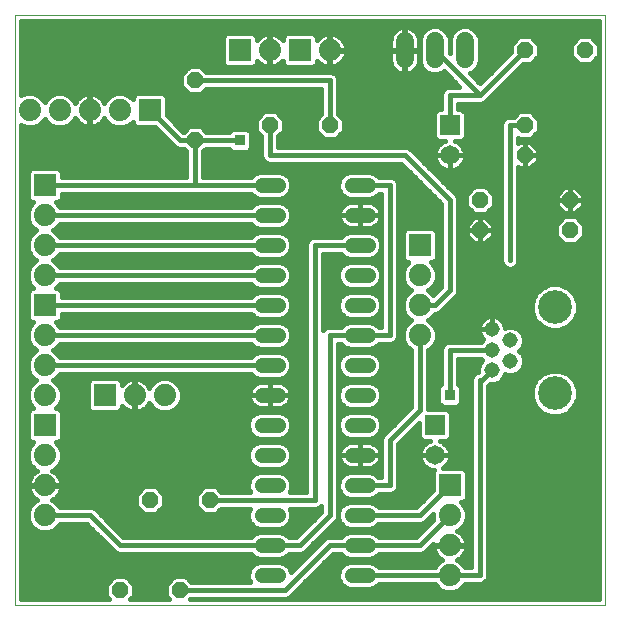
<source format=gbl>
G75*
G70*
%OFA0B0*%
%FSLAX24Y24*%
%IPPOS*%
%LPD*%
%AMOC8*
5,1,8,0,0,1.08239X$1,22.5*
%
%ADD10C,0.0000*%
%ADD11R,0.0740X0.0740*%
%ADD12C,0.0740*%
%ADD13C,0.0515*%
%ADD14C,0.1122*%
%ADD15C,0.0600*%
%ADD16R,0.0650X0.0650*%
%ADD17C,0.0650*%
%ADD18OC8,0.0520*%
%ADD19C,0.0515*%
%ADD20C,0.0160*%
%ADD21R,0.0356X0.0356*%
D10*
X000302Y000726D02*
X000302Y020411D01*
X019987Y020411D01*
X019987Y000726D01*
X000302Y000726D01*
D11*
X001302Y006726D03*
X003302Y007726D03*
X001302Y010726D03*
X001302Y014726D03*
X004802Y017226D03*
X007802Y019226D03*
X009802Y019226D03*
X013802Y012726D03*
X014802Y004726D03*
D12*
X014802Y003726D03*
X014802Y002726D03*
X014802Y001726D03*
X013802Y009726D03*
X013802Y010726D03*
X013802Y011726D03*
X010802Y019226D03*
X008802Y019226D03*
X003802Y017226D03*
X002802Y017226D03*
X001802Y017226D03*
X000802Y017226D03*
X001302Y013726D03*
X001302Y012726D03*
X001302Y011726D03*
X001302Y009726D03*
X001302Y008726D03*
X001302Y007726D03*
X001302Y005726D03*
X001302Y004726D03*
X001302Y003726D03*
X004302Y007726D03*
X005302Y007726D03*
D13*
X016202Y008556D03*
X016202Y009226D03*
X016822Y009556D03*
X016822Y008866D03*
X016202Y009926D03*
D14*
X018302Y010663D03*
X018302Y007789D03*
D15*
X015302Y018926D02*
X015302Y019526D01*
X014302Y019526D02*
X014302Y018926D01*
X013302Y018926D02*
X013302Y019526D01*
D16*
X014802Y016726D03*
X014302Y006726D03*
D17*
X014302Y005726D03*
X014802Y015726D03*
D18*
X015802Y014226D03*
X015802Y013226D03*
X017302Y015726D03*
X017302Y016726D03*
X017302Y019226D03*
X019302Y019226D03*
X018802Y014226D03*
X018802Y013226D03*
X010802Y016726D03*
X008802Y016726D03*
X006302Y016226D03*
X006302Y018226D03*
X006802Y004226D03*
X004802Y004226D03*
X003802Y001226D03*
X005802Y001226D03*
D19*
X008545Y001726D02*
X009060Y001726D01*
X009060Y002726D02*
X008545Y002726D01*
X008545Y003726D02*
X009060Y003726D01*
X009060Y004726D02*
X008545Y004726D01*
X008545Y005726D02*
X009060Y005726D01*
X009060Y006726D02*
X008545Y006726D01*
X008545Y007726D02*
X009060Y007726D01*
X009060Y008726D02*
X008545Y008726D01*
X008545Y009726D02*
X009060Y009726D01*
X009060Y010726D02*
X008545Y010726D01*
X008545Y011726D02*
X009060Y011726D01*
X009060Y012726D02*
X008545Y012726D01*
X008545Y013726D02*
X009060Y013726D01*
X009060Y014726D02*
X008545Y014726D01*
X011545Y014726D02*
X012060Y014726D01*
X012060Y013726D02*
X011545Y013726D01*
X011545Y012726D02*
X012060Y012726D01*
X012060Y011726D02*
X011545Y011726D01*
X011545Y010726D02*
X012060Y010726D01*
X012060Y009726D02*
X011545Y009726D01*
X011545Y008726D02*
X012060Y008726D01*
X012060Y007726D02*
X011545Y007726D01*
X011545Y006726D02*
X012060Y006726D01*
X012060Y005726D02*
X011545Y005726D01*
X011545Y004726D02*
X012060Y004726D01*
X012060Y003726D02*
X011545Y003726D01*
X011545Y002726D02*
X012060Y002726D01*
X012060Y001726D02*
X011545Y001726D01*
D20*
X011802Y001726D02*
X014802Y001726D01*
X015802Y001726D01*
X015802Y008226D01*
X015872Y008226D01*
X016202Y008556D01*
X015890Y008891D02*
X015815Y008815D01*
X015745Y008647D01*
X015745Y008505D01*
X015644Y008463D01*
X015565Y008384D01*
X015522Y008281D01*
X015522Y008170D01*
X015522Y002006D01*
X015303Y002006D01*
X015286Y002049D01*
X015125Y002209D01*
X015056Y002238D01*
X015091Y002255D01*
X015161Y002306D01*
X015222Y002367D01*
X015273Y002437D01*
X015312Y002515D01*
X015339Y002597D01*
X015352Y002682D01*
X015352Y002706D01*
X014823Y002706D01*
X014823Y002746D01*
X015352Y002746D01*
X015352Y002769D01*
X015339Y002854D01*
X015312Y002937D01*
X015273Y003014D01*
X015222Y003084D01*
X015161Y003145D01*
X015091Y003196D01*
X015056Y003214D01*
X015125Y003242D01*
X015286Y003403D01*
X015372Y003612D01*
X015372Y003839D01*
X015286Y004049D01*
X015178Y004156D01*
X015255Y004156D01*
X015372Y004273D01*
X015372Y005179D01*
X015255Y005296D01*
X014570Y005296D01*
X014631Y005340D01*
X014688Y005397D01*
X014734Y005461D01*
X014770Y005532D01*
X014795Y005607D01*
X014807Y005686D01*
X014807Y005725D01*
X014303Y005725D01*
X014303Y005726D01*
X014807Y005726D01*
X014807Y005765D01*
X014795Y005844D01*
X014770Y005919D01*
X014734Y005990D01*
X014688Y006055D01*
X014631Y006111D01*
X014567Y006158D01*
X014496Y006194D01*
X014474Y006201D01*
X014710Y006201D01*
X014827Y006318D01*
X014827Y007134D01*
X014710Y007251D01*
X014082Y007251D01*
X014082Y007281D01*
X014082Y009225D01*
X014125Y009242D01*
X014286Y009403D01*
X014372Y009612D01*
X014372Y009839D01*
X014286Y010049D01*
X014125Y010209D01*
X014085Y010226D01*
X014125Y010242D01*
X014286Y010403D01*
X014303Y010446D01*
X014358Y010446D01*
X014461Y010488D01*
X015040Y011067D01*
X015082Y011170D01*
X015082Y011281D01*
X015082Y014281D01*
X015040Y014384D01*
X014961Y014463D01*
X013461Y015963D01*
X013358Y016006D01*
X013247Y016006D01*
X009082Y016006D01*
X009082Y016355D01*
X009262Y016535D01*
X009262Y016916D01*
X008993Y017186D01*
X008612Y017186D01*
X008342Y016916D01*
X008342Y016535D01*
X008522Y016355D01*
X008522Y015781D01*
X008522Y015670D01*
X008565Y015567D01*
X008644Y015488D01*
X008747Y015446D01*
X013186Y015446D01*
X014522Y014110D01*
X014522Y011342D01*
X014257Y011077D01*
X014125Y011209D01*
X014085Y011226D01*
X014125Y011242D01*
X014286Y011403D01*
X014372Y011612D01*
X014372Y011839D01*
X014286Y012049D01*
X014178Y012156D01*
X014255Y012156D01*
X014372Y012273D01*
X014372Y013179D01*
X014255Y013296D01*
X013349Y013296D01*
X013232Y013179D01*
X013232Y012273D01*
X013349Y012156D01*
X013426Y012156D01*
X013319Y012049D01*
X013232Y011839D01*
X013232Y011612D01*
X013319Y011403D01*
X013479Y011242D01*
X013520Y011226D01*
X013479Y011209D01*
X013319Y011049D01*
X013232Y010839D01*
X013232Y010612D01*
X013319Y010403D01*
X013479Y010242D01*
X013520Y010226D01*
X013479Y010209D01*
X013319Y010049D01*
X013232Y009839D01*
X013232Y009612D01*
X013319Y009403D01*
X013479Y009242D01*
X013522Y009225D01*
X013522Y007342D01*
X012565Y006384D01*
X012522Y006281D01*
X012522Y006170D01*
X012522Y005006D01*
X012426Y005006D01*
X012427Y005006D02*
X012319Y005113D01*
X012151Y005183D01*
X011454Y005183D01*
X011286Y005113D01*
X011157Y004985D01*
X011087Y004817D01*
X011087Y004635D01*
X011157Y004466D01*
X011286Y004338D01*
X011454Y004268D01*
X012151Y004268D01*
X012319Y004338D01*
X012427Y004446D01*
X012747Y004446D01*
X012858Y004446D01*
X012961Y004488D01*
X013040Y004567D01*
X013082Y004670D01*
X013082Y006110D01*
X013777Y006805D01*
X013777Y006318D01*
X013894Y006201D01*
X014130Y006201D01*
X014109Y006194D01*
X014038Y006158D01*
X013973Y006111D01*
X013917Y006055D01*
X013870Y005990D01*
X013834Y005919D01*
X013810Y005844D01*
X013797Y005765D01*
X013797Y005726D01*
X014302Y005726D01*
X014302Y005725D01*
X013797Y005725D01*
X013797Y005686D01*
X013810Y005607D01*
X013834Y005532D01*
X013870Y005461D01*
X013917Y005397D01*
X013973Y005340D01*
X014038Y005294D01*
X014109Y005258D01*
X014184Y005233D01*
X014263Y005221D01*
X014275Y005221D01*
X014232Y005179D01*
X014232Y004552D01*
X013686Y004006D01*
X012427Y004006D01*
X012319Y004113D01*
X012151Y004183D01*
X011454Y004183D01*
X011286Y004113D01*
X011157Y003985D01*
X011087Y003817D01*
X011087Y003635D01*
X011157Y003466D01*
X011286Y003338D01*
X011454Y003268D01*
X012151Y003268D01*
X012319Y003338D01*
X012427Y003446D01*
X013747Y003446D01*
X013858Y003446D01*
X013961Y003488D01*
X014232Y003760D01*
X014232Y003612D01*
X014250Y003569D01*
X013686Y003006D01*
X012427Y003006D01*
X012319Y003113D01*
X012151Y003183D01*
X011454Y003183D01*
X011286Y003113D01*
X011178Y003006D01*
X010858Y003006D01*
X010747Y003006D01*
X010644Y002963D01*
X009511Y001831D01*
X009448Y001985D01*
X009319Y002113D01*
X009151Y002183D01*
X008454Y002183D01*
X008286Y002113D01*
X008157Y001985D01*
X008087Y001817D01*
X008087Y001635D01*
X008141Y001506D01*
X006173Y001506D01*
X005993Y001686D01*
X005612Y001686D01*
X005342Y001416D01*
X005342Y001035D01*
X005452Y000926D01*
X004153Y000926D01*
X004262Y001035D01*
X004262Y001416D01*
X003993Y001686D01*
X003612Y001686D01*
X003342Y001416D01*
X003342Y001035D01*
X003452Y000926D01*
X000502Y000926D01*
X000502Y016733D01*
X000689Y016656D01*
X000916Y016656D01*
X001125Y016742D01*
X001286Y016903D01*
X001302Y016943D01*
X001319Y016903D01*
X001479Y016742D01*
X001689Y016656D01*
X001916Y016656D01*
X002125Y016742D01*
X002286Y016903D01*
X002314Y016972D01*
X002332Y016937D01*
X002383Y016867D01*
X002444Y016806D01*
X002514Y016755D01*
X002591Y016716D01*
X002674Y016689D01*
X002759Y016676D01*
X002782Y016676D01*
X002782Y017205D01*
X002822Y017205D01*
X002822Y016676D01*
X002846Y016676D01*
X002931Y016689D01*
X003013Y016716D01*
X003091Y016755D01*
X003161Y016806D01*
X003222Y016867D01*
X003273Y016937D01*
X003290Y016972D01*
X003319Y016903D01*
X003479Y016742D01*
X003689Y016656D01*
X003916Y016656D01*
X004125Y016742D01*
X004232Y016850D01*
X004232Y016773D01*
X004349Y016656D01*
X004976Y016656D01*
X005644Y015988D01*
X005747Y015946D01*
X005858Y015946D01*
X005932Y015946D01*
X006022Y015855D01*
X006022Y015006D01*
X001872Y015006D01*
X001872Y015179D01*
X001755Y015296D01*
X000849Y015296D01*
X000732Y015179D01*
X000732Y014273D01*
X000849Y014156D01*
X000926Y014156D01*
X000819Y014049D01*
X000732Y013839D01*
X000732Y013612D01*
X000819Y013403D01*
X000979Y013242D01*
X001020Y013226D01*
X000979Y013209D01*
X000819Y013049D01*
X000732Y012839D01*
X000732Y012612D01*
X000819Y012403D01*
X000979Y012242D01*
X001020Y012226D01*
X000979Y012209D01*
X000819Y012049D01*
X000732Y011839D01*
X000732Y011612D01*
X000819Y011403D01*
X000926Y011296D01*
X000849Y011296D01*
X000732Y011179D01*
X000732Y010273D01*
X000849Y010156D01*
X000926Y010156D01*
X000819Y010049D01*
X000732Y009839D01*
X000732Y009612D01*
X000819Y009403D01*
X000979Y009242D01*
X001020Y009226D01*
X000979Y009209D01*
X000819Y009049D01*
X000732Y008839D01*
X000732Y008612D01*
X000819Y008403D01*
X000979Y008242D01*
X001020Y008226D01*
X000979Y008209D01*
X000819Y008049D01*
X000732Y007839D01*
X000732Y007612D01*
X000819Y007403D01*
X000926Y007296D01*
X000849Y007296D01*
X000732Y007179D01*
X000732Y006273D01*
X000849Y006156D01*
X000926Y006156D01*
X000819Y006049D01*
X000732Y005839D01*
X000732Y005612D01*
X000819Y005403D01*
X000979Y005242D01*
X001049Y005214D01*
X001014Y005196D01*
X000944Y005145D01*
X000883Y005084D01*
X000832Y005014D01*
X000793Y004937D01*
X000766Y004854D01*
X000752Y004769D01*
X000752Y004746D01*
X001282Y004746D01*
X001282Y004706D01*
X000752Y004706D01*
X000752Y004682D01*
X000766Y004597D01*
X000793Y004515D01*
X000832Y004437D01*
X000883Y004367D01*
X000944Y004306D01*
X001014Y004255D01*
X001049Y004238D01*
X000979Y004209D01*
X000819Y004049D01*
X000732Y003839D01*
X000732Y003612D01*
X000819Y003403D01*
X000979Y003242D01*
X001189Y003156D01*
X001416Y003156D01*
X001625Y003242D01*
X001786Y003403D01*
X001803Y003446D01*
X002686Y003446D01*
X003565Y002567D01*
X003644Y002488D01*
X003747Y002446D01*
X008178Y002446D01*
X008286Y002338D01*
X008454Y002268D01*
X009151Y002268D01*
X009319Y002338D01*
X009427Y002446D01*
X009747Y002446D01*
X009858Y002446D01*
X009961Y002488D01*
X010961Y003488D01*
X011040Y003567D01*
X011082Y003670D01*
X011082Y009446D01*
X011178Y009446D01*
X011286Y009338D01*
X011454Y009268D01*
X012151Y009268D01*
X012319Y009338D01*
X012427Y009446D01*
X012747Y009446D01*
X012858Y009446D01*
X012961Y009488D01*
X013040Y009567D01*
X013082Y009670D01*
X013082Y014670D01*
X013082Y014781D01*
X013040Y014884D01*
X012961Y014963D01*
X012858Y015006D01*
X012427Y015006D01*
X012319Y015113D01*
X012151Y015183D01*
X011454Y015183D01*
X011286Y015113D01*
X011157Y014985D01*
X011087Y014817D01*
X011087Y014635D01*
X011157Y014466D01*
X011286Y014338D01*
X011454Y014268D01*
X012151Y014268D01*
X012319Y014338D01*
X012427Y014446D01*
X012522Y014446D01*
X012522Y010006D01*
X012427Y010006D01*
X012319Y010113D01*
X012151Y010183D01*
X011454Y010183D01*
X011286Y010113D01*
X011178Y010006D01*
X010747Y010006D01*
X010644Y009963D01*
X010582Y009902D01*
X010582Y012446D01*
X011178Y012446D01*
X011286Y012338D01*
X011454Y012268D01*
X012151Y012268D01*
X012319Y012338D01*
X012448Y012466D01*
X012517Y012635D01*
X012517Y012817D01*
X012448Y012985D01*
X012319Y013113D01*
X012151Y013183D01*
X011454Y013183D01*
X011286Y013113D01*
X011178Y013006D01*
X010247Y013006D01*
X010144Y012963D01*
X010065Y012884D01*
X010022Y012781D01*
X010022Y012670D01*
X010022Y004506D01*
X009464Y004506D01*
X009517Y004635D01*
X009517Y004817D01*
X009448Y004985D01*
X009319Y005113D01*
X009151Y005183D01*
X008454Y005183D01*
X008286Y005113D01*
X008157Y004985D01*
X008087Y004817D01*
X008087Y004635D01*
X008141Y004506D01*
X007173Y004506D01*
X006993Y004686D01*
X006612Y004686D01*
X006342Y004416D01*
X006342Y004035D01*
X006612Y003766D01*
X006993Y003766D01*
X007173Y003946D01*
X008141Y003946D01*
X008087Y003817D01*
X008087Y003635D01*
X008157Y003466D01*
X008286Y003338D01*
X008454Y003268D01*
X009151Y003268D01*
X009319Y003338D01*
X009448Y003466D01*
X009517Y003635D01*
X009517Y003817D01*
X009464Y003946D01*
X010247Y003946D01*
X010358Y003946D01*
X010461Y003988D01*
X010522Y004050D01*
X010522Y003842D01*
X009686Y003006D01*
X009427Y003006D01*
X009319Y003113D01*
X009151Y003183D01*
X008454Y003183D01*
X008286Y003113D01*
X008178Y003006D01*
X003918Y003006D01*
X002961Y003963D01*
X002858Y004006D01*
X002747Y004006D01*
X001803Y004006D01*
X001786Y004049D01*
X001625Y004209D01*
X001556Y004238D01*
X001591Y004255D01*
X001661Y004306D01*
X001722Y004367D01*
X001773Y004437D01*
X001812Y004515D01*
X001839Y004597D01*
X001852Y004682D01*
X001852Y004706D01*
X001323Y004706D01*
X001323Y004746D01*
X001852Y004746D01*
X001852Y004769D01*
X001839Y004854D01*
X001812Y004937D01*
X001773Y005014D01*
X001722Y005084D01*
X001661Y005145D01*
X001591Y005196D01*
X001556Y005214D01*
X001625Y005242D01*
X001786Y005403D01*
X001872Y005612D01*
X001872Y005839D01*
X001786Y006049D01*
X001678Y006156D01*
X001755Y006156D01*
X001872Y006273D01*
X001872Y007179D01*
X001755Y007296D01*
X001678Y007296D01*
X001786Y007403D01*
X001872Y007612D01*
X001872Y007839D01*
X001786Y008049D01*
X001625Y008209D01*
X001585Y008226D01*
X001625Y008242D01*
X001786Y008403D01*
X001803Y008446D01*
X008178Y008446D01*
X008286Y008338D01*
X008454Y008268D01*
X009151Y008268D01*
X009319Y008338D01*
X009448Y008466D01*
X009517Y008635D01*
X009517Y008817D01*
X009448Y008985D01*
X009319Y009113D01*
X009151Y009183D01*
X008454Y009183D01*
X008286Y009113D01*
X008178Y009006D01*
X001803Y009006D01*
X001786Y009049D01*
X001625Y009209D01*
X001585Y009226D01*
X001625Y009242D01*
X001786Y009403D01*
X001803Y009446D01*
X008178Y009446D01*
X008286Y009338D01*
X008454Y009268D01*
X009151Y009268D01*
X009319Y009338D01*
X009448Y009466D01*
X009517Y009635D01*
X009517Y009817D01*
X009448Y009985D01*
X009319Y010113D01*
X009151Y010183D01*
X008454Y010183D01*
X008286Y010113D01*
X008178Y010006D01*
X001803Y010006D01*
X001786Y010049D01*
X001678Y010156D01*
X001755Y010156D01*
X001872Y010273D01*
X001872Y010446D01*
X008178Y010446D01*
X008286Y010338D01*
X008454Y010268D01*
X009151Y010268D01*
X009319Y010338D01*
X009448Y010466D01*
X009517Y010635D01*
X009517Y010817D01*
X009448Y010985D01*
X009319Y011113D01*
X009151Y011183D01*
X008454Y011183D01*
X008286Y011113D01*
X008178Y011006D01*
X001872Y011006D01*
X001872Y011179D01*
X001755Y011296D01*
X001678Y011296D01*
X001786Y011403D01*
X001803Y011446D01*
X008178Y011446D01*
X008286Y011338D01*
X008454Y011268D01*
X009151Y011268D01*
X009319Y011338D01*
X009448Y011466D01*
X009517Y011635D01*
X009517Y011817D01*
X009448Y011985D01*
X009319Y012113D01*
X009151Y012183D01*
X008454Y012183D01*
X008286Y012113D01*
X008178Y012006D01*
X001803Y012006D01*
X001786Y012049D01*
X001625Y012209D01*
X001585Y012226D01*
X001625Y012242D01*
X001786Y012403D01*
X001803Y012446D01*
X008178Y012446D01*
X008286Y012338D01*
X008454Y012268D01*
X009151Y012268D01*
X009319Y012338D01*
X009448Y012466D01*
X009517Y012635D01*
X009517Y012817D01*
X009448Y012985D01*
X009319Y013113D01*
X009151Y013183D01*
X008454Y013183D01*
X008286Y013113D01*
X008178Y013006D01*
X001803Y013006D01*
X001786Y013049D01*
X001625Y013209D01*
X001585Y013226D01*
X001625Y013242D01*
X001786Y013403D01*
X001803Y013446D01*
X008178Y013446D01*
X008286Y013338D01*
X008454Y013268D01*
X009151Y013268D01*
X009319Y013338D01*
X009448Y013466D01*
X009517Y013635D01*
X009517Y013817D01*
X009448Y013985D01*
X009319Y014113D01*
X009151Y014183D01*
X008454Y014183D01*
X008286Y014113D01*
X008178Y014006D01*
X001803Y014006D01*
X001786Y014049D01*
X001678Y014156D01*
X001755Y014156D01*
X001872Y014273D01*
X001872Y014446D01*
X006247Y014446D01*
X006358Y014446D01*
X007747Y014446D01*
X008178Y014446D01*
X008286Y014338D01*
X008454Y014268D01*
X009151Y014268D01*
X009319Y014338D01*
X009448Y014466D01*
X009517Y014635D01*
X009517Y014817D01*
X009448Y014985D01*
X009319Y015113D01*
X009151Y015183D01*
X008454Y015183D01*
X008286Y015113D01*
X008178Y015006D01*
X007747Y015006D01*
X006582Y015006D01*
X006582Y015855D01*
X006673Y015946D01*
X007443Y015946D01*
X007541Y015848D01*
X008063Y015848D01*
X008180Y015965D01*
X008180Y016487D01*
X008063Y016604D01*
X007541Y016604D01*
X007443Y016506D01*
X006673Y016506D01*
X006493Y016686D01*
X006112Y016686D01*
X005932Y016506D01*
X005918Y016506D01*
X005372Y017052D01*
X005372Y017679D01*
X005255Y017796D01*
X004349Y017796D01*
X004232Y017679D01*
X004232Y017602D01*
X004125Y017709D01*
X003916Y017796D01*
X003689Y017796D01*
X003479Y017709D01*
X003319Y017549D01*
X003290Y017479D01*
X003273Y017514D01*
X003222Y017584D01*
X003161Y017645D01*
X003091Y017696D01*
X003013Y017735D01*
X002931Y017762D01*
X002846Y017776D01*
X002822Y017776D01*
X002822Y017246D01*
X002782Y017246D01*
X002782Y017776D01*
X002759Y017776D01*
X002674Y017762D01*
X002591Y017735D01*
X002514Y017696D01*
X002444Y017645D01*
X002383Y017584D01*
X002332Y017514D01*
X002314Y017479D01*
X002286Y017549D01*
X002125Y017709D01*
X001916Y017796D01*
X001689Y017796D01*
X001479Y017709D01*
X001319Y017549D01*
X001302Y017508D01*
X001286Y017549D01*
X001125Y017709D01*
X000916Y017796D01*
X000689Y017796D01*
X000502Y017718D01*
X000502Y020211D01*
X019787Y020211D01*
X019787Y000926D01*
X006153Y000926D01*
X006173Y000946D01*
X009247Y000946D01*
X009358Y000946D01*
X009461Y000988D01*
X010918Y002446D01*
X011178Y002446D01*
X011286Y002338D01*
X011454Y002268D01*
X012151Y002268D01*
X012319Y002338D01*
X012427Y002446D01*
X013747Y002446D01*
X013858Y002446D01*
X013961Y002488D01*
X014254Y002782D01*
X014252Y002769D01*
X014252Y002746D01*
X014782Y002746D01*
X014782Y002706D01*
X014252Y002706D01*
X014252Y002682D01*
X014266Y002597D01*
X014293Y002515D01*
X014332Y002437D01*
X014383Y002367D01*
X014444Y002306D01*
X014514Y002255D01*
X014549Y002238D01*
X014479Y002209D01*
X014319Y002049D01*
X014301Y002006D01*
X012427Y002006D01*
X012319Y002113D01*
X012151Y002183D01*
X011454Y002183D01*
X011286Y002113D01*
X011157Y001985D01*
X011087Y001817D01*
X011087Y001635D01*
X011157Y001466D01*
X011286Y001338D01*
X011454Y001268D01*
X012151Y001268D01*
X012319Y001338D01*
X012427Y001446D01*
X014301Y001446D01*
X014319Y001403D01*
X014479Y001242D01*
X014689Y001156D01*
X014916Y001156D01*
X015125Y001242D01*
X015286Y001403D01*
X015303Y001446D01*
X015747Y001446D01*
X015858Y001446D01*
X015961Y001488D01*
X016040Y001567D01*
X016082Y001670D01*
X016082Y008040D01*
X016141Y008098D01*
X016293Y008098D01*
X016461Y008168D01*
X016590Y008296D01*
X016650Y008442D01*
X016731Y008408D01*
X016913Y008408D01*
X017081Y008478D01*
X017210Y008606D01*
X017280Y008775D01*
X017280Y008957D01*
X017210Y009125D01*
X017124Y009211D01*
X017210Y009296D01*
X017280Y009465D01*
X017280Y009647D01*
X017210Y009815D01*
X017081Y009943D01*
X016913Y010013D01*
X016731Y010013D01*
X016638Y009974D01*
X016629Y010028D01*
X016608Y010094D01*
X016576Y010155D01*
X016536Y010211D01*
X016487Y010259D01*
X016432Y010300D01*
X016370Y010331D01*
X016305Y010352D01*
X016237Y010363D01*
X016203Y010363D01*
X016203Y009926D01*
X016202Y009926D01*
X016202Y010363D01*
X016168Y010363D01*
X016100Y010352D01*
X016034Y010331D01*
X015973Y010300D01*
X015917Y010259D01*
X015869Y010211D01*
X015828Y010155D01*
X015797Y010094D01*
X015776Y010028D01*
X015765Y009960D01*
X015765Y009926D01*
X016202Y009926D01*
X016202Y009925D01*
X015765Y009925D01*
X015765Y009891D01*
X015776Y009823D01*
X015797Y009758D01*
X015828Y009696D01*
X015869Y009641D01*
X015917Y009592D01*
X015920Y009590D01*
X015835Y009506D01*
X014858Y009506D01*
X014747Y009506D01*
X014644Y009463D01*
X014565Y009384D01*
X014522Y009281D01*
X014522Y008085D01*
X014424Y007987D01*
X014424Y007465D01*
X014541Y007348D01*
X015063Y007348D01*
X015180Y007465D01*
X015180Y007987D01*
X015082Y008085D01*
X015082Y008946D01*
X015835Y008946D01*
X015890Y008891D01*
X015813Y008811D02*
X015082Y008811D01*
X015082Y008653D02*
X015747Y008653D01*
X015719Y008494D02*
X015082Y008494D01*
X015082Y008336D02*
X015545Y008336D01*
X015522Y008177D02*
X015082Y008177D01*
X015148Y008019D02*
X015522Y008019D01*
X015522Y007860D02*
X015180Y007860D01*
X015180Y007702D02*
X015522Y007702D01*
X015522Y007543D02*
X015180Y007543D01*
X015100Y007384D02*
X015522Y007384D01*
X015522Y007226D02*
X014735Y007226D01*
X014827Y007067D02*
X015522Y007067D01*
X015522Y006909D02*
X014827Y006909D01*
X014827Y006750D02*
X015522Y006750D01*
X015522Y006592D02*
X014827Y006592D01*
X014827Y006433D02*
X015522Y006433D01*
X015522Y006275D02*
X014784Y006275D01*
X014624Y006116D02*
X015522Y006116D01*
X015522Y005958D02*
X014751Y005958D01*
X014802Y005799D02*
X015522Y005799D01*
X015522Y005641D02*
X014800Y005641D01*
X014745Y005482D02*
X015522Y005482D01*
X015522Y005323D02*
X014608Y005323D01*
X014232Y005165D02*
X013082Y005165D01*
X013082Y005323D02*
X013997Y005323D01*
X013860Y005482D02*
X013082Y005482D01*
X013082Y005641D02*
X013805Y005641D01*
X013803Y005799D02*
X013082Y005799D01*
X013082Y005958D02*
X013854Y005958D01*
X013981Y006116D02*
X013089Y006116D01*
X013247Y006275D02*
X013820Y006275D01*
X013777Y006433D02*
X013406Y006433D01*
X013564Y006592D02*
X013777Y006592D01*
X013777Y006750D02*
X013723Y006750D01*
X013802Y007226D02*
X012802Y006226D01*
X012802Y004726D01*
X011802Y004726D01*
X011802Y005288D02*
X011510Y005288D01*
X011442Y005299D01*
X011377Y005320D01*
X011316Y005351D01*
X011260Y005392D01*
X011211Y005441D01*
X011171Y005496D01*
X011139Y005558D01*
X011118Y005623D01*
X011107Y005691D01*
X011107Y005725D01*
X011802Y005725D01*
X011803Y005725D01*
X011803Y005726D01*
X012497Y005726D01*
X012497Y005760D01*
X012486Y005828D01*
X012465Y005894D01*
X012434Y005955D01*
X012394Y006011D01*
X012345Y006059D01*
X012289Y006100D01*
X012228Y006131D01*
X012162Y006152D01*
X012094Y006163D01*
X011803Y006163D01*
X011803Y005726D01*
X011802Y005726D01*
X011802Y006163D01*
X011510Y006163D01*
X011442Y006152D01*
X011377Y006131D01*
X011316Y006100D01*
X011260Y006059D01*
X011211Y006011D01*
X011171Y005955D01*
X011139Y005894D01*
X011118Y005828D01*
X011107Y005760D01*
X011107Y005726D01*
X011802Y005726D01*
X011802Y005725D01*
X011802Y005288D01*
X011803Y005288D02*
X012094Y005288D01*
X012162Y005299D01*
X012228Y005320D01*
X012289Y005351D01*
X012345Y005392D01*
X012394Y005441D01*
X012434Y005496D01*
X012465Y005558D01*
X012486Y005623D01*
X012497Y005691D01*
X012497Y005725D01*
X011803Y005725D01*
X011803Y005288D01*
X011802Y005323D02*
X011803Y005323D01*
X011802Y005482D02*
X011803Y005482D01*
X011802Y005641D02*
X011803Y005641D01*
X011802Y005799D02*
X011803Y005799D01*
X011802Y005958D02*
X011803Y005958D01*
X011802Y006116D02*
X011803Y006116D01*
X012151Y006268D02*
X011454Y006268D01*
X011286Y006338D01*
X011157Y006466D01*
X011087Y006635D01*
X011087Y006817D01*
X011157Y006985D01*
X011286Y007113D01*
X011454Y007183D01*
X012151Y007183D01*
X012319Y007113D01*
X012448Y006985D01*
X012517Y006817D01*
X012517Y006635D01*
X012448Y006466D01*
X012319Y006338D01*
X012151Y006268D01*
X012166Y006275D02*
X012522Y006275D01*
X012522Y006116D02*
X012257Y006116D01*
X012432Y005958D02*
X012522Y005958D01*
X012522Y005799D02*
X012491Y005799D01*
X012489Y005641D02*
X012522Y005641D01*
X012522Y005482D02*
X012424Y005482D01*
X012522Y005323D02*
X012234Y005323D01*
X012195Y005165D02*
X012522Y005165D01*
X012522Y005006D02*
X012427Y005006D01*
X012353Y004372D02*
X014053Y004372D01*
X013894Y004214D02*
X011082Y004214D01*
X011082Y004372D02*
X011251Y004372D01*
X011130Y004531D02*
X011082Y004531D01*
X011082Y004689D02*
X011087Y004689D01*
X011082Y004848D02*
X011100Y004848D01*
X011082Y005006D02*
X011179Y005006D01*
X011082Y005165D02*
X011410Y005165D01*
X011371Y005323D02*
X011082Y005323D01*
X011082Y005482D02*
X011181Y005482D01*
X011115Y005641D02*
X011082Y005641D01*
X011082Y005799D02*
X011114Y005799D01*
X011082Y005958D02*
X011173Y005958D01*
X011082Y006116D02*
X011348Y006116D01*
X011438Y006275D02*
X011082Y006275D01*
X011082Y006433D02*
X011190Y006433D01*
X011105Y006592D02*
X011082Y006592D01*
X011082Y006750D02*
X011087Y006750D01*
X011082Y006909D02*
X011126Y006909D01*
X011082Y007067D02*
X011240Y007067D01*
X011082Y007226D02*
X013407Y007226D01*
X013522Y007384D02*
X012366Y007384D01*
X012319Y007338D02*
X012448Y007466D01*
X012517Y007635D01*
X012517Y007817D01*
X012448Y007985D01*
X012319Y008113D01*
X012151Y008183D01*
X011454Y008183D01*
X011286Y008113D01*
X011157Y007985D01*
X011087Y007817D01*
X011087Y007635D01*
X011157Y007466D01*
X011286Y007338D01*
X011454Y007268D01*
X012151Y007268D01*
X012319Y007338D01*
X012479Y007543D02*
X013522Y007543D01*
X013522Y007702D02*
X012517Y007702D01*
X012499Y007860D02*
X013522Y007860D01*
X013522Y008019D02*
X012414Y008019D01*
X012165Y008177D02*
X013522Y008177D01*
X013522Y008336D02*
X012314Y008336D01*
X012319Y008338D02*
X012448Y008466D01*
X012517Y008635D01*
X012517Y008817D01*
X012448Y008985D01*
X012319Y009113D01*
X012151Y009183D01*
X011454Y009183D01*
X011286Y009113D01*
X011157Y008985D01*
X011087Y008817D01*
X011087Y008635D01*
X011157Y008466D01*
X011286Y008338D01*
X011454Y008268D01*
X012151Y008268D01*
X012319Y008338D01*
X012459Y008494D02*
X013522Y008494D01*
X013522Y008653D02*
X012517Y008653D01*
X012517Y008811D02*
X013522Y008811D01*
X013522Y008970D02*
X012454Y008970D01*
X012283Y009128D02*
X013522Y009128D01*
X013435Y009287D02*
X012196Y009287D01*
X012427Y009446D02*
X013301Y009446D01*
X013236Y009604D02*
X013055Y009604D01*
X013082Y009763D02*
X013232Y009763D01*
X013266Y009921D02*
X013082Y009921D01*
X013082Y010080D02*
X013350Y010080D01*
X013490Y010238D02*
X013082Y010238D01*
X013082Y010397D02*
X013325Y010397D01*
X013256Y010555D02*
X013082Y010555D01*
X013082Y010714D02*
X013232Y010714D01*
X013246Y010872D02*
X013082Y010872D01*
X013082Y011031D02*
X013312Y011031D01*
X013460Y011190D02*
X013082Y011190D01*
X013082Y011348D02*
X013374Y011348D01*
X013276Y011507D02*
X013082Y011507D01*
X013082Y011665D02*
X013232Y011665D01*
X013232Y011824D02*
X013082Y011824D01*
X013082Y011982D02*
X013292Y011982D01*
X013411Y012141D02*
X013082Y012141D01*
X013082Y012299D02*
X013232Y012299D01*
X013232Y012458D02*
X013082Y012458D01*
X013082Y012616D02*
X013232Y012616D01*
X013232Y012775D02*
X013082Y012775D01*
X013082Y012934D02*
X013232Y012934D01*
X013232Y013092D02*
X013082Y013092D01*
X013082Y013251D02*
X013304Y013251D01*
X013082Y013409D02*
X014522Y013409D01*
X014522Y013251D02*
X014300Y013251D01*
X014372Y013092D02*
X014522Y013092D01*
X014522Y012934D02*
X014372Y012934D01*
X014372Y012775D02*
X014522Y012775D01*
X014522Y012616D02*
X014372Y012616D01*
X014372Y012458D02*
X014522Y012458D01*
X014522Y012299D02*
X014372Y012299D01*
X014522Y012141D02*
X014193Y012141D01*
X014313Y011982D02*
X014522Y011982D01*
X014522Y011824D02*
X014372Y011824D01*
X014372Y011665D02*
X014522Y011665D01*
X014522Y011507D02*
X014329Y011507D01*
X014231Y011348D02*
X014522Y011348D01*
X014370Y011190D02*
X014145Y011190D01*
X014302Y010726D02*
X013802Y010726D01*
X014302Y010726D02*
X014802Y011226D01*
X014802Y014226D01*
X013302Y015726D01*
X008802Y015726D01*
X008802Y016726D01*
X008482Y017056D02*
X005372Y017056D01*
X005372Y017214D02*
X010522Y017214D01*
X010522Y017096D02*
X010342Y016916D01*
X010342Y016535D01*
X010612Y016266D01*
X010993Y016266D01*
X011262Y016535D01*
X011262Y016916D01*
X011082Y017096D01*
X011082Y018281D01*
X011040Y018384D01*
X010961Y018463D01*
X010858Y018506D01*
X010747Y018506D01*
X006673Y018506D01*
X006493Y018686D01*
X006112Y018686D01*
X005842Y018416D01*
X005842Y018035D01*
X006112Y017766D01*
X006493Y017766D01*
X006673Y017946D01*
X010522Y017946D01*
X010522Y017096D01*
X010482Y017056D02*
X009123Y017056D01*
X009262Y016897D02*
X010342Y016897D01*
X010342Y016739D02*
X009262Y016739D01*
X009262Y016580D02*
X010342Y016580D01*
X010456Y016421D02*
X009149Y016421D01*
X009082Y016263D02*
X014332Y016263D01*
X014277Y016318D02*
X014394Y016201D01*
X014630Y016201D01*
X014609Y016194D01*
X014538Y016158D01*
X014473Y016111D01*
X014417Y016055D01*
X014370Y015990D01*
X014334Y015919D01*
X014310Y015844D01*
X014297Y015765D01*
X014297Y015726D01*
X014802Y015726D01*
X014802Y015725D01*
X014803Y015725D01*
X014803Y015726D01*
X015307Y015726D01*
X015307Y015765D01*
X015295Y015844D01*
X015270Y015919D01*
X015234Y015990D01*
X015188Y016055D01*
X015131Y016111D01*
X015067Y016158D01*
X014996Y016194D01*
X014974Y016201D01*
X015210Y016201D01*
X015327Y016318D01*
X015327Y017134D01*
X015210Y017251D01*
X015082Y017251D01*
X015082Y017446D01*
X015858Y017446D01*
X015961Y017488D01*
X016040Y017567D01*
X017238Y018766D01*
X017493Y018766D01*
X017762Y019035D01*
X017762Y019416D01*
X017493Y019686D01*
X017112Y019686D01*
X016842Y019416D01*
X016842Y019162D01*
X015802Y018122D01*
X015470Y018454D01*
X015586Y018502D01*
X015726Y018642D01*
X015802Y018826D01*
X015802Y019625D01*
X015726Y019809D01*
X015586Y019950D01*
X015402Y020026D01*
X015203Y020026D01*
X015019Y019950D01*
X014878Y019809D01*
X014802Y019625D01*
X014726Y019809D01*
X014586Y019950D01*
X014402Y020026D01*
X014203Y020026D01*
X014019Y019950D01*
X013878Y019809D01*
X013802Y019625D01*
X013802Y018826D01*
X013878Y018642D01*
X014019Y018502D01*
X014203Y018426D01*
X014402Y018426D01*
X014586Y018502D01*
X014608Y018524D01*
X015126Y018006D01*
X014858Y018006D01*
X014747Y018006D01*
X014644Y017963D01*
X014565Y017884D01*
X014522Y017781D01*
X014522Y017251D01*
X014394Y017251D01*
X014277Y017134D01*
X014277Y016318D01*
X014277Y016421D02*
X011149Y016421D01*
X011262Y016580D02*
X014277Y016580D01*
X014277Y016739D02*
X011262Y016739D01*
X011262Y016897D02*
X014277Y016897D01*
X014277Y017056D02*
X011123Y017056D01*
X011082Y017214D02*
X014358Y017214D01*
X014522Y017373D02*
X011082Y017373D01*
X011082Y017531D02*
X014522Y017531D01*
X014522Y017690D02*
X011082Y017690D01*
X011082Y017848D02*
X014550Y017848D01*
X014802Y017726D02*
X014802Y016726D01*
X015272Y016263D02*
X016522Y016263D01*
X016522Y016421D02*
X015327Y016421D01*
X015327Y016580D02*
X016522Y016580D01*
X016522Y016670D02*
X016522Y012170D01*
X016565Y012067D01*
X016644Y011988D01*
X016747Y011946D01*
X016858Y011946D01*
X016961Y011988D01*
X017040Y012067D01*
X017082Y012170D01*
X017082Y015324D01*
X017120Y015286D01*
X017302Y015286D01*
X017302Y015725D01*
X017303Y015725D01*
X017303Y015726D01*
X017742Y015726D01*
X017742Y015908D01*
X017485Y016166D01*
X017303Y016166D01*
X017303Y015726D01*
X017302Y015726D01*
X017302Y016166D01*
X017120Y016166D01*
X017082Y016128D01*
X017082Y016295D01*
X017112Y016266D01*
X017493Y016266D01*
X017762Y016535D01*
X017762Y016916D01*
X017493Y017186D01*
X017112Y017186D01*
X016932Y017006D01*
X016747Y017006D01*
X016644Y016963D01*
X016565Y016884D01*
X016522Y016781D01*
X016522Y016670D01*
X016522Y016739D02*
X015327Y016739D01*
X015327Y016897D02*
X016578Y016897D01*
X016802Y016726D02*
X017302Y016726D01*
X016982Y017056D02*
X015327Y017056D01*
X015247Y017214D02*
X019787Y017214D01*
X019787Y017056D02*
X017623Y017056D01*
X017762Y016897D02*
X019787Y016897D01*
X019787Y016739D02*
X017762Y016739D01*
X017762Y016580D02*
X019787Y016580D01*
X019787Y016421D02*
X017649Y016421D01*
X017546Y016104D02*
X019787Y016104D01*
X019787Y015946D02*
X017704Y015946D01*
X017742Y015787D02*
X019787Y015787D01*
X019787Y015629D02*
X017742Y015629D01*
X017742Y015543D02*
X017742Y015725D01*
X017303Y015725D01*
X017303Y015286D01*
X017485Y015286D01*
X017742Y015543D01*
X017669Y015470D02*
X019787Y015470D01*
X019787Y015312D02*
X017511Y015312D01*
X017303Y015312D02*
X017302Y015312D01*
X017302Y015470D02*
X017303Y015470D01*
X017302Y015629D02*
X017303Y015629D01*
X017302Y015787D02*
X017303Y015787D01*
X017302Y015946D02*
X017303Y015946D01*
X017302Y016104D02*
X017303Y016104D01*
X017082Y016263D02*
X019787Y016263D01*
X019787Y017373D02*
X015082Y017373D01*
X014802Y017726D02*
X015802Y017726D01*
X017302Y019226D01*
X016842Y019275D02*
X015802Y019275D01*
X015802Y019117D02*
X016797Y019117D01*
X016639Y018958D02*
X015802Y018958D01*
X015791Y018800D02*
X016480Y018800D01*
X016322Y018641D02*
X015725Y018641D01*
X015539Y018483D02*
X016163Y018483D01*
X016005Y018324D02*
X015600Y018324D01*
X015759Y018165D02*
X015846Y018165D01*
X015802Y017726D02*
X014302Y019226D01*
X013802Y019275D02*
X013782Y019275D01*
X013782Y019246D02*
X013782Y019563D01*
X013771Y019638D01*
X013747Y019710D01*
X013713Y019777D01*
X013668Y019838D01*
X013615Y019892D01*
X013554Y019936D01*
X013487Y019970D01*
X013415Y019994D01*
X013340Y020006D01*
X013322Y020006D01*
X013322Y019246D01*
X013282Y019246D01*
X013282Y020006D01*
X013265Y020006D01*
X013190Y019994D01*
X013118Y019970D01*
X013051Y019936D01*
X012990Y019892D01*
X012936Y019838D01*
X012892Y019777D01*
X012858Y019710D01*
X012834Y019638D01*
X012822Y019563D01*
X012822Y019246D01*
X013282Y019246D01*
X013282Y019206D01*
X012822Y019206D01*
X012822Y018888D01*
X012834Y018813D01*
X012858Y018741D01*
X012892Y018674D01*
X012936Y018613D01*
X012990Y018560D01*
X013051Y018515D01*
X013118Y018481D01*
X013190Y018457D01*
X013265Y018446D01*
X013282Y018446D01*
X013282Y019205D01*
X013322Y019205D01*
X013322Y018446D01*
X013340Y018446D01*
X013415Y018457D01*
X013487Y018481D01*
X013554Y018515D01*
X013615Y018560D01*
X013668Y018613D01*
X013713Y018674D01*
X013747Y018741D01*
X013771Y018813D01*
X013782Y018888D01*
X013782Y019206D01*
X013323Y019206D01*
X013323Y019246D01*
X013782Y019246D01*
X013782Y019117D02*
X013802Y019117D01*
X013802Y018958D02*
X013782Y018958D01*
X013766Y018800D02*
X013813Y018800D01*
X013880Y018641D02*
X013689Y018641D01*
X013490Y018483D02*
X014066Y018483D01*
X014539Y018483D02*
X014650Y018483D01*
X014808Y018324D02*
X011065Y018324D01*
X011082Y018165D02*
X014967Y018165D01*
X015125Y018007D02*
X011082Y018007D01*
X010802Y018226D02*
X010802Y016726D01*
X010522Y017373D02*
X005372Y017373D01*
X005372Y017531D02*
X010522Y017531D01*
X010522Y017690D02*
X005361Y017690D01*
X005842Y018165D02*
X000502Y018165D01*
X000502Y018007D02*
X005871Y018007D01*
X006029Y017848D02*
X000502Y017848D01*
X000502Y018324D02*
X005842Y018324D01*
X005909Y018483D02*
X000502Y018483D01*
X000502Y018641D02*
X006067Y018641D01*
X006537Y018641D02*
X012916Y018641D01*
X012839Y018800D02*
X011152Y018800D01*
X011161Y018806D02*
X011222Y018867D01*
X011273Y018937D01*
X011312Y019015D01*
X011339Y019097D01*
X011352Y019182D01*
X011352Y019206D01*
X010823Y019206D01*
X010823Y019246D01*
X011352Y019246D01*
X011352Y019269D01*
X011339Y019354D01*
X011312Y019437D01*
X011273Y019514D01*
X011222Y019584D01*
X011161Y019645D01*
X011091Y019696D01*
X011013Y019735D01*
X010931Y019762D01*
X010846Y019776D01*
X010822Y019776D01*
X010822Y019246D01*
X010782Y019246D01*
X010782Y019776D01*
X010759Y019776D01*
X010674Y019762D01*
X010591Y019735D01*
X010514Y019696D01*
X010444Y019645D01*
X010383Y019584D01*
X010372Y019569D01*
X010372Y019679D01*
X010255Y019796D01*
X009349Y019796D01*
X009232Y019679D01*
X009232Y019569D01*
X009222Y019584D01*
X009161Y019645D01*
X009091Y019696D01*
X009013Y019735D01*
X008931Y019762D01*
X008846Y019776D01*
X008822Y019776D01*
X008822Y019246D01*
X008782Y019246D01*
X008782Y019776D01*
X008759Y019776D01*
X008674Y019762D01*
X008591Y019735D01*
X008514Y019696D01*
X008444Y019645D01*
X008383Y019584D01*
X008372Y019569D01*
X008372Y019679D01*
X008255Y019796D01*
X007349Y019796D01*
X007232Y019679D01*
X007232Y018773D01*
X007349Y018656D01*
X008255Y018656D01*
X008372Y018773D01*
X008372Y018882D01*
X008383Y018867D01*
X008444Y018806D01*
X008514Y018755D01*
X008591Y018716D01*
X008674Y018689D01*
X008759Y018676D01*
X008782Y018676D01*
X008782Y019205D01*
X008822Y019205D01*
X008822Y018676D01*
X008846Y018676D01*
X008931Y018689D01*
X009013Y018716D01*
X009091Y018755D01*
X009161Y018806D01*
X009222Y018867D01*
X009232Y018882D01*
X009232Y018773D01*
X009349Y018656D01*
X010255Y018656D01*
X010372Y018773D01*
X010372Y018882D01*
X010383Y018867D01*
X010444Y018806D01*
X010514Y018755D01*
X010591Y018716D01*
X010674Y018689D01*
X010759Y018676D01*
X010782Y018676D01*
X010782Y019205D01*
X010822Y019205D01*
X010822Y018676D01*
X010846Y018676D01*
X010931Y018689D01*
X011013Y018716D01*
X011091Y018755D01*
X011161Y018806D01*
X011283Y018958D02*
X012822Y018958D01*
X012822Y019117D02*
X011342Y019117D01*
X011351Y019275D02*
X012822Y019275D01*
X012822Y019434D02*
X011313Y019434D01*
X011213Y019592D02*
X012827Y019592D01*
X012878Y019751D02*
X010966Y019751D01*
X010822Y019751D02*
X010782Y019751D01*
X010639Y019751D02*
X010300Y019751D01*
X010372Y019592D02*
X010391Y019592D01*
X010782Y019592D02*
X010822Y019592D01*
X010822Y019434D02*
X010782Y019434D01*
X010782Y019275D02*
X010822Y019275D01*
X010822Y019117D02*
X010782Y019117D01*
X010782Y018958D02*
X010822Y018958D01*
X010822Y018800D02*
X010782Y018800D01*
X010914Y018483D02*
X013115Y018483D01*
X013282Y018483D02*
X013322Y018483D01*
X013322Y018641D02*
X013282Y018641D01*
X013282Y018800D02*
X013322Y018800D01*
X013322Y018958D02*
X013282Y018958D01*
X013282Y019117D02*
X013322Y019117D01*
X013322Y019275D02*
X013282Y019275D01*
X013282Y019434D02*
X013322Y019434D01*
X013322Y019592D02*
X013282Y019592D01*
X013282Y019751D02*
X013322Y019751D01*
X013322Y019909D02*
X013282Y019909D01*
X013014Y019909D02*
X000502Y019909D01*
X000502Y019751D02*
X007305Y019751D01*
X007232Y019592D02*
X000502Y019592D01*
X000502Y019434D02*
X007232Y019434D01*
X007232Y019275D02*
X000502Y019275D01*
X000502Y019117D02*
X007232Y019117D01*
X007232Y018958D02*
X000502Y018958D01*
X000502Y018800D02*
X007232Y018800D01*
X006302Y018226D02*
X010802Y018226D01*
X010522Y017848D02*
X006576Y017848D01*
X005527Y016897D02*
X008342Y016897D01*
X008342Y016739D02*
X005685Y016739D01*
X005844Y016580D02*
X006006Y016580D01*
X005802Y016226D02*
X004802Y017226D01*
X004267Y016739D02*
X004116Y016739D01*
X003489Y016739D02*
X003058Y016739D01*
X002822Y016739D02*
X002782Y016739D01*
X002782Y016897D02*
X002822Y016897D01*
X002822Y017056D02*
X002782Y017056D01*
X002782Y017373D02*
X002822Y017373D01*
X002822Y017531D02*
X002782Y017531D01*
X002782Y017690D02*
X002822Y017690D01*
X002506Y017690D02*
X002144Y017690D01*
X002293Y017531D02*
X002345Y017531D01*
X002361Y016897D02*
X002280Y016897D01*
X002116Y016739D02*
X002547Y016739D01*
X003243Y016897D02*
X003325Y016897D01*
X003312Y017531D02*
X003260Y017531D01*
X003099Y017690D02*
X003460Y017690D01*
X004144Y017690D02*
X004244Y017690D01*
X005052Y016580D02*
X000502Y016580D01*
X000502Y016421D02*
X005211Y016421D01*
X005369Y016263D02*
X000502Y016263D01*
X000502Y016104D02*
X005528Y016104D01*
X005746Y015946D02*
X000502Y015946D01*
X000502Y015787D02*
X006022Y015787D01*
X006022Y015629D02*
X000502Y015629D01*
X000502Y015470D02*
X006022Y015470D01*
X006022Y015312D02*
X000502Y015312D01*
X000502Y015153D02*
X000732Y015153D01*
X000732Y014995D02*
X000502Y014995D01*
X000502Y014836D02*
X000732Y014836D01*
X000732Y014677D02*
X000502Y014677D01*
X000502Y014519D02*
X000732Y014519D01*
X000732Y014360D02*
X000502Y014360D01*
X000502Y014202D02*
X000803Y014202D01*
X000817Y014043D02*
X000502Y014043D01*
X000502Y013885D02*
X000751Y013885D01*
X000732Y013726D02*
X000502Y013726D01*
X000502Y013568D02*
X000751Y013568D01*
X000816Y013409D02*
X000502Y013409D01*
X000502Y013251D02*
X000971Y013251D01*
X000863Y013092D02*
X000502Y013092D01*
X000502Y012934D02*
X000771Y012934D01*
X000732Y012775D02*
X000502Y012775D01*
X000502Y012616D02*
X000732Y012616D01*
X000796Y012458D02*
X000502Y012458D01*
X000502Y012299D02*
X000923Y012299D01*
X000911Y012141D02*
X000502Y012141D01*
X000502Y011982D02*
X000792Y011982D01*
X000732Y011824D02*
X000502Y011824D01*
X000502Y011665D02*
X000732Y011665D01*
X000776Y011507D02*
X000502Y011507D01*
X000502Y011348D02*
X000874Y011348D01*
X000743Y011190D02*
X000502Y011190D01*
X000502Y011031D02*
X000732Y011031D01*
X000732Y010872D02*
X000502Y010872D01*
X000502Y010714D02*
X000732Y010714D01*
X000732Y010555D02*
X000502Y010555D01*
X000502Y010397D02*
X000732Y010397D01*
X000767Y010238D02*
X000502Y010238D01*
X000502Y010080D02*
X000850Y010080D01*
X000766Y009921D02*
X000502Y009921D01*
X000502Y009763D02*
X000732Y009763D01*
X000736Y009604D02*
X000502Y009604D01*
X000502Y009446D02*
X000801Y009446D01*
X000935Y009287D02*
X000502Y009287D01*
X000502Y009128D02*
X000899Y009128D01*
X000787Y008970D02*
X000502Y008970D01*
X000502Y008811D02*
X000732Y008811D01*
X000732Y008653D02*
X000502Y008653D01*
X000502Y008494D02*
X000781Y008494D01*
X000886Y008336D02*
X000502Y008336D01*
X000502Y008177D02*
X000948Y008177D01*
X000807Y008019D02*
X000502Y008019D01*
X000502Y007860D02*
X000741Y007860D01*
X000732Y007702D02*
X000502Y007702D01*
X000502Y007543D02*
X000761Y007543D01*
X000837Y007384D02*
X000502Y007384D01*
X000502Y007226D02*
X000780Y007226D01*
X000732Y007067D02*
X000502Y007067D01*
X000502Y006909D02*
X000732Y006909D01*
X000732Y006750D02*
X000502Y006750D01*
X000502Y006592D02*
X000732Y006592D01*
X000732Y006433D02*
X000502Y006433D01*
X000502Y006275D02*
X000732Y006275D01*
X000887Y006116D02*
X000502Y006116D01*
X000502Y005958D02*
X000781Y005958D01*
X000732Y005799D02*
X000502Y005799D01*
X000502Y005641D02*
X000732Y005641D01*
X000786Y005482D02*
X000502Y005482D01*
X000502Y005323D02*
X000898Y005323D01*
X000971Y005165D02*
X000502Y005165D01*
X000502Y005006D02*
X000828Y005006D01*
X000765Y004848D02*
X000502Y004848D01*
X000502Y004689D02*
X000752Y004689D01*
X000787Y004531D02*
X000502Y004531D01*
X000502Y004372D02*
X000879Y004372D01*
X000991Y004214D02*
X000502Y004214D01*
X000502Y004055D02*
X000826Y004055D01*
X000756Y003897D02*
X000502Y003897D01*
X000502Y003738D02*
X000732Y003738D01*
X000746Y003579D02*
X000502Y003579D01*
X000502Y003421D02*
X000812Y003421D01*
X000960Y003262D02*
X000502Y003262D01*
X000502Y003104D02*
X003028Y003104D01*
X002870Y003262D02*
X001645Y003262D01*
X001793Y003421D02*
X002711Y003421D01*
X002802Y003726D02*
X003802Y002726D01*
X008802Y002726D01*
X009802Y002726D01*
X010802Y003726D01*
X010802Y009726D01*
X011802Y009726D01*
X012802Y009726D01*
X012802Y014726D01*
X011802Y014726D01*
X011802Y014163D02*
X011510Y014163D01*
X011442Y014152D01*
X011377Y014131D01*
X011316Y014100D01*
X011260Y014059D01*
X011211Y014011D01*
X011171Y013955D01*
X011139Y013894D01*
X011118Y013828D01*
X011107Y013760D01*
X011107Y013726D01*
X011802Y013726D01*
X011802Y014163D01*
X011803Y014163D02*
X011803Y013726D01*
X012497Y013726D01*
X012497Y013760D01*
X012486Y013828D01*
X012465Y013894D01*
X012434Y013955D01*
X012394Y014011D01*
X012345Y014059D01*
X012289Y014100D01*
X012228Y014131D01*
X012162Y014152D01*
X012094Y014163D01*
X011803Y014163D01*
X011802Y014043D02*
X011803Y014043D01*
X011802Y013885D02*
X011803Y013885D01*
X011802Y013726D02*
X011803Y013726D01*
X011803Y013725D01*
X012497Y013725D01*
X012497Y013691D01*
X012486Y013623D01*
X012465Y013558D01*
X012434Y013496D01*
X012394Y013441D01*
X012345Y013392D01*
X012289Y013351D01*
X012228Y013320D01*
X012162Y013299D01*
X012094Y013288D01*
X011803Y013288D01*
X011803Y013725D01*
X011802Y013725D01*
X011802Y013288D01*
X011510Y013288D01*
X011442Y013299D01*
X011377Y013320D01*
X011316Y013351D01*
X011260Y013392D01*
X011211Y013441D01*
X011171Y013496D01*
X011139Y013558D01*
X011118Y013623D01*
X011107Y013691D01*
X011107Y013725D01*
X011802Y013725D01*
X011802Y013726D01*
X011803Y013726D01*
X011802Y013568D02*
X011803Y013568D01*
X011802Y013409D02*
X011803Y013409D01*
X012362Y013409D02*
X012522Y013409D01*
X012522Y013251D02*
X001633Y013251D01*
X001742Y013092D02*
X008264Y013092D01*
X008214Y013409D02*
X001788Y013409D01*
X001302Y013726D02*
X008802Y013726D01*
X008216Y014043D02*
X001788Y014043D01*
X001801Y014202D02*
X012522Y014202D01*
X012522Y014360D02*
X012342Y014360D01*
X012361Y014043D02*
X012522Y014043D01*
X012522Y013885D02*
X012468Y013885D01*
X012497Y013726D02*
X012522Y013726D01*
X012522Y013568D02*
X012468Y013568D01*
X012522Y013092D02*
X012340Y013092D01*
X012469Y012934D02*
X012522Y012934D01*
X012517Y012775D02*
X012522Y012775D01*
X012510Y012616D02*
X012522Y012616D01*
X012522Y012458D02*
X012439Y012458D01*
X012522Y012299D02*
X012226Y012299D01*
X012151Y012183D02*
X012319Y012113D01*
X012448Y011985D01*
X012517Y011817D01*
X012517Y011635D01*
X012448Y011466D01*
X012319Y011338D01*
X012151Y011268D01*
X011454Y011268D01*
X011286Y011338D01*
X011157Y011466D01*
X011087Y011635D01*
X011087Y011817D01*
X011157Y011985D01*
X011286Y012113D01*
X011454Y012183D01*
X012151Y012183D01*
X012253Y012141D02*
X012522Y012141D01*
X012522Y011982D02*
X012449Y011982D01*
X012514Y011824D02*
X012522Y011824D01*
X012517Y011665D02*
X012522Y011665D01*
X012522Y011507D02*
X012464Y011507D01*
X012522Y011348D02*
X012329Y011348D01*
X012319Y011113D02*
X012151Y011183D01*
X011454Y011183D01*
X011286Y011113D01*
X011157Y010985D01*
X011087Y010817D01*
X011087Y010635D01*
X011157Y010466D01*
X011286Y010338D01*
X011454Y010268D01*
X012151Y010268D01*
X012319Y010338D01*
X012448Y010466D01*
X012517Y010635D01*
X012517Y010817D01*
X012448Y010985D01*
X012319Y011113D01*
X012401Y011031D02*
X012522Y011031D01*
X012522Y010872D02*
X012494Y010872D01*
X012517Y010714D02*
X012522Y010714D01*
X012522Y010555D02*
X012484Y010555D01*
X012522Y010397D02*
X012378Y010397D01*
X012522Y010238D02*
X010582Y010238D01*
X010582Y010080D02*
X011252Y010080D01*
X011227Y010397D02*
X010582Y010397D01*
X010582Y010555D02*
X011120Y010555D01*
X011087Y010714D02*
X010582Y010714D01*
X010582Y010872D02*
X011111Y010872D01*
X011203Y011031D02*
X010582Y011031D01*
X010582Y011190D02*
X012522Y011190D01*
X012522Y010080D02*
X012353Y010080D01*
X011408Y009287D02*
X011082Y009287D01*
X011082Y009128D02*
X011322Y009128D01*
X011151Y008970D02*
X011082Y008970D01*
X011082Y008811D02*
X011087Y008811D01*
X011082Y008653D02*
X011087Y008653D01*
X011082Y008494D02*
X011146Y008494D01*
X011082Y008336D02*
X011291Y008336D01*
X011440Y008177D02*
X011082Y008177D01*
X011082Y008019D02*
X011191Y008019D01*
X011105Y007860D02*
X011082Y007860D01*
X011082Y007702D02*
X011087Y007702D01*
X011082Y007543D02*
X011125Y007543D01*
X011082Y007384D02*
X011239Y007384D01*
X012365Y007067D02*
X013248Y007067D01*
X013090Y006909D02*
X012479Y006909D01*
X012517Y006750D02*
X012931Y006750D01*
X012773Y006592D02*
X012499Y006592D01*
X012414Y006433D02*
X012614Y006433D01*
X013802Y007226D02*
X013802Y009726D01*
X014170Y009287D02*
X014525Y009287D01*
X014522Y009128D02*
X014082Y009128D01*
X014082Y008970D02*
X014522Y008970D01*
X014522Y008811D02*
X014082Y008811D01*
X014082Y008653D02*
X014522Y008653D01*
X014522Y008494D02*
X014082Y008494D01*
X014082Y008336D02*
X014522Y008336D01*
X014522Y008177D02*
X014082Y008177D01*
X014082Y008019D02*
X014456Y008019D01*
X014424Y007860D02*
X014082Y007860D01*
X014082Y007702D02*
X014424Y007702D01*
X014424Y007543D02*
X014082Y007543D01*
X014082Y007384D02*
X014504Y007384D01*
X014802Y007726D02*
X014802Y009226D01*
X016202Y009226D01*
X015905Y009604D02*
X014369Y009604D01*
X014372Y009763D02*
X015795Y009763D01*
X015765Y009921D02*
X014338Y009921D01*
X014254Y010080D02*
X015792Y010080D01*
X015896Y010238D02*
X014115Y010238D01*
X014280Y010397D02*
X017589Y010397D01*
X017541Y010511D02*
X017657Y010232D01*
X017871Y010018D01*
X018151Y009902D01*
X018454Y009902D01*
X018733Y010018D01*
X018947Y010232D01*
X019063Y010511D01*
X019063Y010814D01*
X018947Y011094D01*
X018733Y011308D01*
X018454Y011424D01*
X018151Y011424D01*
X017871Y011308D01*
X017657Y011094D01*
X017541Y010814D01*
X017541Y010511D01*
X017541Y010555D02*
X014528Y010555D01*
X014687Y010714D02*
X017541Y010714D01*
X017566Y010872D02*
X014845Y010872D01*
X015004Y011031D02*
X017631Y011031D01*
X017753Y011190D02*
X015082Y011190D01*
X015082Y011348D02*
X017969Y011348D01*
X018636Y011348D02*
X019787Y011348D01*
X019787Y011190D02*
X018852Y011190D01*
X018974Y011031D02*
X019787Y011031D01*
X019787Y010872D02*
X019039Y010872D01*
X019063Y010714D02*
X019787Y010714D01*
X019787Y010555D02*
X019063Y010555D01*
X019016Y010397D02*
X019787Y010397D01*
X019787Y010238D02*
X018950Y010238D01*
X018796Y010080D02*
X019787Y010080D01*
X019787Y009921D02*
X018501Y009921D01*
X018104Y009921D02*
X017104Y009921D01*
X017232Y009763D02*
X019787Y009763D01*
X019787Y009604D02*
X017280Y009604D01*
X017272Y009446D02*
X019787Y009446D01*
X019787Y009287D02*
X017201Y009287D01*
X017206Y009128D02*
X019787Y009128D01*
X019787Y008970D02*
X017274Y008970D01*
X017280Y008811D02*
X019787Y008811D01*
X019787Y008653D02*
X017229Y008653D01*
X017098Y008494D02*
X018017Y008494D01*
X018151Y008550D02*
X017871Y008434D01*
X017657Y008220D01*
X017541Y007940D01*
X017541Y007637D01*
X017657Y007358D01*
X017871Y007144D01*
X018151Y007028D01*
X018454Y007028D01*
X018733Y007144D01*
X018947Y007358D01*
X019063Y007637D01*
X019063Y007940D01*
X018947Y008220D01*
X018733Y008434D01*
X018454Y008550D01*
X018151Y008550D01*
X017773Y008336D02*
X016606Y008336D01*
X016471Y008177D02*
X017640Y008177D01*
X017574Y008019D02*
X016082Y008019D01*
X016082Y007860D02*
X017541Y007860D01*
X017541Y007702D02*
X016082Y007702D01*
X016082Y007543D02*
X017580Y007543D01*
X017646Y007384D02*
X016082Y007384D01*
X016082Y007226D02*
X017789Y007226D01*
X018055Y007067D02*
X016082Y007067D01*
X016082Y006909D02*
X019787Y006909D01*
X019787Y007067D02*
X018550Y007067D01*
X018816Y007226D02*
X019787Y007226D01*
X019787Y007384D02*
X018959Y007384D01*
X019024Y007543D02*
X019787Y007543D01*
X019787Y007702D02*
X019063Y007702D01*
X019063Y007860D02*
X019787Y007860D01*
X019787Y008019D02*
X019031Y008019D01*
X018965Y008177D02*
X019787Y008177D01*
X019787Y008336D02*
X018831Y008336D01*
X018587Y008494D02*
X019787Y008494D01*
X019787Y006750D02*
X016082Y006750D01*
X016082Y006592D02*
X019787Y006592D01*
X019787Y006433D02*
X016082Y006433D01*
X016082Y006275D02*
X019787Y006275D01*
X019787Y006116D02*
X016082Y006116D01*
X016082Y005958D02*
X019787Y005958D01*
X019787Y005799D02*
X016082Y005799D01*
X016082Y005641D02*
X019787Y005641D01*
X019787Y005482D02*
X016082Y005482D01*
X016082Y005323D02*
X019787Y005323D01*
X019787Y005165D02*
X016082Y005165D01*
X016082Y005006D02*
X019787Y005006D01*
X019787Y004848D02*
X016082Y004848D01*
X016082Y004689D02*
X019787Y004689D01*
X019787Y004531D02*
X016082Y004531D01*
X016082Y004372D02*
X019787Y004372D01*
X019787Y004214D02*
X016082Y004214D01*
X016082Y004055D02*
X019787Y004055D01*
X019787Y003897D02*
X016082Y003897D01*
X016082Y003738D02*
X019787Y003738D01*
X019787Y003579D02*
X016082Y003579D01*
X016082Y003421D02*
X019787Y003421D01*
X019787Y003262D02*
X016082Y003262D01*
X016082Y003104D02*
X019787Y003104D01*
X019787Y002945D02*
X016082Y002945D01*
X016082Y002787D02*
X019787Y002787D01*
X019787Y002628D02*
X016082Y002628D01*
X016082Y002470D02*
X019787Y002470D01*
X019787Y002311D02*
X016082Y002311D01*
X016082Y002153D02*
X019787Y002153D01*
X019787Y001994D02*
X016082Y001994D01*
X016082Y001835D02*
X019787Y001835D01*
X019787Y001677D02*
X016082Y001677D01*
X015991Y001518D02*
X019787Y001518D01*
X019787Y001360D02*
X015243Y001360D01*
X015026Y001201D02*
X019787Y001201D01*
X019787Y001043D02*
X009515Y001043D01*
X009674Y001201D02*
X014579Y001201D01*
X014362Y001360D02*
X012341Y001360D01*
X012225Y002153D02*
X014423Y002153D01*
X014439Y002311D02*
X012254Y002311D01*
X011802Y002726D02*
X013802Y002726D01*
X014802Y003726D01*
X015293Y003421D02*
X015522Y003421D01*
X015522Y003579D02*
X015359Y003579D01*
X015372Y003738D02*
X015522Y003738D01*
X015522Y003897D02*
X015349Y003897D01*
X015279Y004055D02*
X015522Y004055D01*
X015522Y004214D02*
X015313Y004214D01*
X015372Y004372D02*
X015522Y004372D01*
X015522Y004531D02*
X015372Y004531D01*
X015372Y004689D02*
X015522Y004689D01*
X015522Y004848D02*
X015372Y004848D01*
X015372Y005006D02*
X015522Y005006D01*
X015522Y005165D02*
X015372Y005165D01*
X014802Y004726D02*
X013802Y003726D01*
X011802Y003726D01*
X011227Y004055D02*
X011082Y004055D01*
X011082Y003897D02*
X011121Y003897D01*
X011087Y003738D02*
X011082Y003738D01*
X011110Y003579D02*
X011045Y003579D01*
X010894Y003421D02*
X011203Y003421D01*
X011276Y003104D02*
X010576Y003104D01*
X010626Y002945D02*
X010418Y002945D01*
X010468Y002787D02*
X010259Y002787D01*
X010309Y002628D02*
X010101Y002628D01*
X010150Y002470D02*
X009916Y002470D01*
X009992Y002311D02*
X009254Y002311D01*
X009225Y002153D02*
X009833Y002153D01*
X009675Y001994D02*
X009438Y001994D01*
X009509Y001835D02*
X009516Y001835D01*
X009991Y001518D02*
X011136Y001518D01*
X011087Y001677D02*
X010150Y001677D01*
X010308Y001835D02*
X011095Y001835D01*
X011166Y001994D02*
X010467Y001994D01*
X010625Y002153D02*
X011380Y002153D01*
X011350Y002311D02*
X010784Y002311D01*
X010802Y002726D02*
X009302Y001226D01*
X005802Y001226D01*
X005342Y001201D02*
X004262Y001201D01*
X004262Y001043D02*
X005342Y001043D01*
X005342Y001360D02*
X004262Y001360D01*
X004160Y001518D02*
X005445Y001518D01*
X005603Y001677D02*
X004002Y001677D01*
X003603Y001677D02*
X000502Y001677D01*
X000502Y001835D02*
X008095Y001835D01*
X008087Y001677D02*
X006002Y001677D01*
X006160Y001518D02*
X008136Y001518D01*
X008166Y001994D02*
X000502Y001994D01*
X000502Y002153D02*
X008380Y002153D01*
X008350Y002311D02*
X000502Y002311D01*
X000502Y002470D02*
X003689Y002470D01*
X003504Y002628D02*
X000502Y002628D01*
X000502Y002787D02*
X003345Y002787D01*
X003187Y002945D02*
X000502Y002945D01*
X001302Y003726D02*
X002802Y003726D01*
X003027Y003897D02*
X004481Y003897D01*
X004612Y003766D02*
X004993Y003766D01*
X005262Y004035D01*
X005262Y004416D01*
X004993Y004686D01*
X004612Y004686D01*
X004342Y004416D01*
X004342Y004035D01*
X004612Y003766D01*
X004342Y004055D02*
X001779Y004055D01*
X001614Y004214D02*
X004342Y004214D01*
X004342Y004372D02*
X001725Y004372D01*
X001817Y004531D02*
X004457Y004531D01*
X005148Y004531D02*
X006457Y004531D01*
X006342Y004372D02*
X005262Y004372D01*
X005262Y004214D02*
X006342Y004214D01*
X006342Y004055D02*
X005262Y004055D01*
X005124Y003897D02*
X006481Y003897D01*
X006802Y004226D02*
X010302Y004226D01*
X010302Y012726D01*
X011802Y012726D01*
X011379Y012299D02*
X010582Y012299D01*
X010582Y012141D02*
X011352Y012141D01*
X011156Y011982D02*
X010582Y011982D01*
X010582Y011824D02*
X011090Y011824D01*
X011087Y011665D02*
X010582Y011665D01*
X010582Y011507D02*
X011140Y011507D01*
X011275Y011348D02*
X010582Y011348D01*
X010022Y011348D02*
X009329Y011348D01*
X009464Y011507D02*
X010022Y011507D01*
X010022Y011665D02*
X009517Y011665D01*
X009514Y011824D02*
X010022Y011824D01*
X010022Y011982D02*
X009449Y011982D01*
X009253Y012141D02*
X010022Y012141D01*
X010022Y012299D02*
X009226Y012299D01*
X009439Y012458D02*
X010022Y012458D01*
X010022Y012616D02*
X009510Y012616D01*
X009517Y012775D02*
X010022Y012775D01*
X010114Y012934D02*
X009469Y012934D01*
X009340Y013092D02*
X011264Y013092D01*
X011243Y013409D02*
X009390Y013409D01*
X009490Y013568D02*
X011136Y013568D01*
X011107Y013726D02*
X009517Y013726D01*
X009489Y013885D02*
X011137Y013885D01*
X011244Y014043D02*
X009389Y014043D01*
X009342Y014360D02*
X011263Y014360D01*
X011135Y014519D02*
X009469Y014519D01*
X009517Y014677D02*
X011087Y014677D01*
X011095Y014836D02*
X009509Y014836D01*
X009438Y014995D02*
X011167Y014995D01*
X011381Y015153D02*
X009223Y015153D01*
X008802Y014726D02*
X007802Y014726D01*
X008263Y014360D02*
X001872Y014360D01*
X001302Y014726D02*
X006302Y014726D01*
X006302Y016226D01*
X005802Y016226D01*
X006302Y016226D02*
X007802Y016226D01*
X007518Y016580D02*
X006599Y016580D01*
X006582Y015787D02*
X008522Y015787D01*
X008522Y015946D02*
X008162Y015946D01*
X008180Y016104D02*
X008522Y016104D01*
X008522Y016263D02*
X008180Y016263D01*
X008180Y016421D02*
X008456Y016421D01*
X008342Y016580D02*
X008087Y016580D01*
X008539Y015629D02*
X006582Y015629D01*
X006582Y015470D02*
X008687Y015470D01*
X008381Y015153D02*
X006582Y015153D01*
X006582Y015312D02*
X013320Y015312D01*
X013479Y015153D02*
X012223Y015153D01*
X012885Y014995D02*
X013637Y014995D01*
X013796Y014836D02*
X013060Y014836D01*
X013082Y014677D02*
X013955Y014677D01*
X014113Y014519D02*
X013082Y014519D01*
X013082Y014360D02*
X014272Y014360D01*
X014430Y014202D02*
X013082Y014202D01*
X013082Y014043D02*
X014522Y014043D01*
X014522Y013885D02*
X013082Y013885D01*
X013082Y013726D02*
X014522Y013726D01*
X014522Y013568D02*
X013082Y013568D01*
X014429Y014995D02*
X016522Y014995D01*
X016522Y015153D02*
X014271Y015153D01*
X014112Y015312D02*
X014513Y015312D01*
X014538Y015294D02*
X014473Y015340D01*
X014417Y015397D01*
X014370Y015461D01*
X014334Y015532D01*
X014310Y015607D01*
X014297Y015686D01*
X014297Y015725D01*
X014802Y015725D01*
X014802Y015221D01*
X014763Y015221D01*
X014684Y015233D01*
X014609Y015258D01*
X014538Y015294D01*
X014366Y015470D02*
X013954Y015470D01*
X013795Y015629D02*
X014306Y015629D01*
X014301Y015787D02*
X013637Y015787D01*
X013478Y015946D02*
X014348Y015946D01*
X014467Y016104D02*
X009082Y016104D01*
X008802Y014726D02*
X006302Y014726D01*
X006022Y015153D02*
X001872Y015153D01*
X001489Y016739D02*
X001116Y016739D01*
X001280Y016897D02*
X001325Y016897D01*
X001293Y017531D02*
X001312Y017531D01*
X001460Y017690D02*
X001144Y017690D01*
X000502Y020068D02*
X019787Y020068D01*
X019787Y019909D02*
X015626Y019909D01*
X015750Y019751D02*
X019787Y019751D01*
X019787Y019592D02*
X019586Y019592D01*
X019493Y019686D02*
X019762Y019416D01*
X019762Y019035D01*
X019493Y018766D01*
X019112Y018766D01*
X018842Y019035D01*
X018842Y019416D01*
X019112Y019686D01*
X019493Y019686D01*
X019745Y019434D02*
X019787Y019434D01*
X019787Y019275D02*
X019762Y019275D01*
X019762Y019117D02*
X019787Y019117D01*
X019787Y018958D02*
X019685Y018958D01*
X019787Y018800D02*
X019527Y018800D01*
X019787Y018641D02*
X017114Y018641D01*
X016955Y018483D02*
X019787Y018483D01*
X019787Y018324D02*
X016797Y018324D01*
X016638Y018165D02*
X019787Y018165D01*
X019787Y018007D02*
X016480Y018007D01*
X016321Y017848D02*
X019787Y017848D01*
X019787Y017690D02*
X016162Y017690D01*
X016004Y017531D02*
X019787Y017531D01*
X019078Y018800D02*
X017527Y018800D01*
X017685Y018958D02*
X018919Y018958D01*
X018842Y019117D02*
X017762Y019117D01*
X017762Y019275D02*
X018842Y019275D01*
X018860Y019434D02*
X017745Y019434D01*
X017586Y019592D02*
X019019Y019592D01*
X017019Y019592D02*
X015802Y019592D01*
X015802Y019434D02*
X016860Y019434D01*
X014979Y019909D02*
X014626Y019909D01*
X014750Y019751D02*
X014854Y019751D01*
X014802Y019625D02*
X014802Y019122D01*
X014802Y019625D01*
X014802Y019592D02*
X014802Y019592D01*
X014802Y019434D02*
X014802Y019434D01*
X014802Y019275D02*
X014802Y019275D01*
X014802Y019122D02*
X014802Y019122D01*
X013979Y019909D02*
X013591Y019909D01*
X013726Y019751D02*
X013854Y019751D01*
X013802Y019592D02*
X013778Y019592D01*
X013782Y019434D02*
X013802Y019434D01*
X016802Y016726D02*
X016802Y012226D01*
X016534Y012141D02*
X015082Y012141D01*
X015082Y012299D02*
X016522Y012299D01*
X016522Y012458D02*
X015082Y012458D01*
X015082Y012616D02*
X016522Y012616D01*
X016522Y012775D02*
X015082Y012775D01*
X015082Y012934D02*
X015472Y012934D01*
X015362Y013043D02*
X015620Y012786D01*
X015802Y012786D01*
X015802Y013225D01*
X015803Y013225D01*
X015803Y013226D01*
X016242Y013226D01*
X016242Y013408D01*
X015985Y013666D01*
X015803Y013666D01*
X015803Y013226D01*
X015802Y013226D01*
X015802Y013666D01*
X015620Y013666D01*
X015362Y013408D01*
X015362Y013226D01*
X015802Y013226D01*
X015802Y013225D01*
X015362Y013225D01*
X015362Y013043D01*
X015362Y013092D02*
X015082Y013092D01*
X015082Y013251D02*
X015362Y013251D01*
X015364Y013409D02*
X015082Y013409D01*
X015082Y013568D02*
X015522Y013568D01*
X015612Y013766D02*
X015993Y013766D01*
X016262Y014035D01*
X016262Y014416D01*
X015993Y014686D01*
X015612Y014686D01*
X015342Y014416D01*
X015342Y014035D01*
X015612Y013766D01*
X015493Y013885D02*
X015082Y013885D01*
X015082Y014043D02*
X015342Y014043D01*
X015342Y014202D02*
X015082Y014202D01*
X015050Y014360D02*
X015342Y014360D01*
X015445Y014519D02*
X014905Y014519D01*
X014746Y014677D02*
X015604Y014677D01*
X016001Y014677D02*
X016522Y014677D01*
X016522Y014519D02*
X016160Y014519D01*
X016262Y014360D02*
X016522Y014360D01*
X016522Y014202D02*
X016262Y014202D01*
X016262Y014043D02*
X016522Y014043D01*
X016522Y013885D02*
X016112Y013885D01*
X016083Y013568D02*
X016522Y013568D01*
X016522Y013726D02*
X015082Y013726D01*
X015802Y013568D02*
X015803Y013568D01*
X015802Y013409D02*
X015803Y013409D01*
X015802Y013251D02*
X015803Y013251D01*
X015803Y013225D02*
X016242Y013225D01*
X016242Y013043D01*
X015985Y012786D01*
X015803Y012786D01*
X015803Y013225D01*
X015802Y013092D02*
X015803Y013092D01*
X015802Y012934D02*
X015803Y012934D01*
X016132Y012934D02*
X016522Y012934D01*
X016522Y013092D02*
X016242Y013092D01*
X016242Y013251D02*
X016522Y013251D01*
X016522Y013409D02*
X016241Y013409D01*
X017082Y013409D02*
X018342Y013409D01*
X018342Y013416D02*
X018342Y013035D01*
X018612Y012766D01*
X018993Y012766D01*
X019262Y013035D01*
X019262Y013416D01*
X018993Y013686D01*
X018612Y013686D01*
X018342Y013416D01*
X018342Y013251D02*
X017082Y013251D01*
X017082Y013092D02*
X018342Y013092D01*
X018444Y012934D02*
X017082Y012934D01*
X017082Y012775D02*
X018603Y012775D01*
X019002Y012775D02*
X019787Y012775D01*
X019787Y012934D02*
X019161Y012934D01*
X019262Y013092D02*
X019787Y013092D01*
X019787Y013251D02*
X019262Y013251D01*
X019262Y013409D02*
X019787Y013409D01*
X019787Y013568D02*
X019111Y013568D01*
X018985Y013786D02*
X018803Y013786D01*
X018803Y014225D01*
X018803Y014226D01*
X019242Y014226D01*
X019242Y014408D01*
X018985Y014666D01*
X018803Y014666D01*
X018803Y014226D01*
X018802Y014226D01*
X018802Y014666D01*
X018620Y014666D01*
X018362Y014408D01*
X018362Y014226D01*
X018802Y014226D01*
X018802Y014225D01*
X018803Y014225D01*
X019242Y014225D01*
X019242Y014043D01*
X019787Y014043D01*
X019787Y013885D02*
X019084Y013885D01*
X018985Y013786D02*
X019242Y014043D01*
X019242Y014202D02*
X019787Y014202D01*
X019787Y014360D02*
X019242Y014360D01*
X019131Y014519D02*
X019787Y014519D01*
X019787Y014677D02*
X017082Y014677D01*
X017082Y014519D02*
X018473Y014519D01*
X018362Y014360D02*
X017082Y014360D01*
X017082Y014202D02*
X018362Y014202D01*
X018362Y014225D02*
X018362Y014043D01*
X017082Y014043D01*
X017082Y013885D02*
X018521Y013885D01*
X018620Y013786D02*
X018362Y014043D01*
X018362Y014225D02*
X018802Y014225D01*
X018802Y013786D01*
X018620Y013786D01*
X018802Y013885D02*
X018803Y013885D01*
X018802Y014043D02*
X018803Y014043D01*
X018802Y014202D02*
X018803Y014202D01*
X018802Y014360D02*
X018803Y014360D01*
X018802Y014519D02*
X018803Y014519D01*
X018494Y013568D02*
X017082Y013568D01*
X017082Y013726D02*
X019787Y013726D01*
X019787Y012616D02*
X017082Y012616D01*
X017082Y012458D02*
X019787Y012458D01*
X019787Y012299D02*
X017082Y012299D01*
X017070Y012141D02*
X019787Y012141D01*
X019787Y011982D02*
X016946Y011982D01*
X016658Y011982D02*
X015082Y011982D01*
X015082Y011824D02*
X019787Y011824D01*
X019787Y011665D02*
X015082Y011665D01*
X015082Y011507D02*
X019787Y011507D01*
X017809Y010080D02*
X016612Y010080D01*
X016508Y010238D02*
X017654Y010238D01*
X016203Y010238D02*
X016202Y010238D01*
X016202Y010080D02*
X016203Y010080D01*
X014626Y009446D02*
X014303Y009446D01*
X011178Y009446D02*
X011082Y009446D01*
X010602Y009921D02*
X010582Y009921D01*
X010022Y009921D02*
X009474Y009921D01*
X009517Y009763D02*
X010022Y009763D01*
X010022Y009604D02*
X009505Y009604D01*
X009427Y009446D02*
X010022Y009446D01*
X010022Y009287D02*
X009196Y009287D01*
X009283Y009128D02*
X010022Y009128D01*
X010022Y008970D02*
X009454Y008970D01*
X009517Y008811D02*
X010022Y008811D01*
X010022Y008653D02*
X009517Y008653D01*
X009459Y008494D02*
X010022Y008494D01*
X010022Y008336D02*
X009314Y008336D01*
X009228Y008131D02*
X009162Y008152D01*
X009094Y008163D01*
X008803Y008163D01*
X008803Y007726D01*
X009497Y007726D01*
X009497Y007760D01*
X009486Y007828D01*
X009465Y007894D01*
X009434Y007955D01*
X009394Y008011D01*
X009345Y008059D01*
X009289Y008100D01*
X009228Y008131D01*
X009385Y008019D02*
X010022Y008019D01*
X010022Y008177D02*
X005657Y008177D01*
X005625Y008209D02*
X005786Y008049D01*
X005872Y007839D01*
X005872Y007612D01*
X005786Y007403D01*
X005625Y007242D01*
X005416Y007156D01*
X005189Y007156D01*
X004979Y007242D01*
X004819Y007403D01*
X004790Y007472D01*
X004773Y007437D01*
X004722Y007367D01*
X004661Y007306D01*
X004591Y007255D01*
X004513Y007216D01*
X004431Y007189D01*
X004346Y007176D01*
X004322Y007176D01*
X004322Y007705D01*
X004282Y007705D01*
X004282Y007176D01*
X004259Y007176D01*
X004174Y007189D01*
X004091Y007216D01*
X004014Y007255D01*
X003944Y007306D01*
X003883Y007367D01*
X003872Y007382D01*
X003872Y007273D01*
X003755Y007156D01*
X002849Y007156D01*
X002732Y007273D01*
X002732Y008179D01*
X002849Y008296D01*
X003755Y008296D01*
X003872Y008179D01*
X003872Y008069D01*
X003883Y008084D01*
X003944Y008145D01*
X004014Y008196D01*
X004091Y008235D01*
X004174Y008262D01*
X004259Y008276D01*
X004282Y008276D01*
X004282Y007746D01*
X004322Y007746D01*
X004322Y008276D01*
X004346Y008276D01*
X004431Y008262D01*
X004513Y008235D01*
X004591Y008196D01*
X004661Y008145D01*
X004722Y008084D01*
X004773Y008014D01*
X004790Y007979D01*
X004819Y008049D01*
X004979Y008209D01*
X005189Y008296D01*
X005416Y008296D01*
X005625Y008209D01*
X005798Y008019D02*
X008219Y008019D01*
X008211Y008011D02*
X008171Y007955D01*
X008139Y007894D01*
X008118Y007828D01*
X008107Y007760D01*
X008107Y007726D01*
X008802Y007726D01*
X008802Y008163D01*
X008510Y008163D01*
X008442Y008152D01*
X008377Y008131D01*
X008316Y008100D01*
X008260Y008059D01*
X008211Y008011D01*
X008129Y007860D02*
X005864Y007860D01*
X005872Y007702D02*
X008107Y007702D01*
X008107Y007691D02*
X008118Y007623D01*
X008139Y007558D01*
X008171Y007496D01*
X008211Y007441D01*
X008260Y007392D01*
X008316Y007351D01*
X008377Y007320D01*
X008442Y007299D01*
X008510Y007288D01*
X008802Y007288D01*
X008802Y007725D01*
X008803Y007725D01*
X008803Y007726D01*
X008802Y007726D01*
X008802Y007725D01*
X008107Y007725D01*
X008107Y007691D01*
X008147Y007543D02*
X005844Y007543D01*
X005767Y007384D02*
X008270Y007384D01*
X008286Y007113D02*
X008454Y007183D01*
X009151Y007183D01*
X009319Y007113D01*
X009448Y006985D01*
X009517Y006817D01*
X009517Y006635D01*
X009448Y006466D01*
X009319Y006338D01*
X009151Y006268D01*
X008454Y006268D01*
X008286Y006338D01*
X008157Y006466D01*
X008087Y006635D01*
X008087Y006817D01*
X008157Y006985D01*
X008286Y007113D01*
X008240Y007067D02*
X001872Y007067D01*
X001872Y006909D02*
X008126Y006909D01*
X008087Y006750D02*
X001872Y006750D01*
X001872Y006592D02*
X008105Y006592D01*
X008190Y006433D02*
X001872Y006433D01*
X001872Y006275D02*
X008438Y006275D01*
X008454Y006183D02*
X008286Y006113D01*
X008157Y005985D01*
X008087Y005817D01*
X008087Y005635D01*
X008157Y005466D01*
X008286Y005338D01*
X008454Y005268D01*
X009151Y005268D01*
X009319Y005338D01*
X009448Y005466D01*
X009517Y005635D01*
X009517Y005817D01*
X009448Y005985D01*
X009319Y006113D01*
X009151Y006183D01*
X008454Y006183D01*
X008292Y006116D02*
X001718Y006116D01*
X001823Y005958D02*
X008146Y005958D01*
X008087Y005799D02*
X001872Y005799D01*
X001872Y005641D02*
X008087Y005641D01*
X008151Y005482D02*
X001818Y005482D01*
X001706Y005323D02*
X008320Y005323D01*
X008410Y005165D02*
X001634Y005165D01*
X001777Y005006D02*
X008179Y005006D01*
X008100Y004848D02*
X001840Y004848D01*
X001852Y004689D02*
X008087Y004689D01*
X008130Y004531D02*
X007148Y004531D01*
X007124Y003897D02*
X008121Y003897D01*
X008087Y003738D02*
X003186Y003738D01*
X003344Y003579D02*
X008110Y003579D01*
X008203Y003421D02*
X003503Y003421D01*
X003662Y003262D02*
X009943Y003262D01*
X009785Y003104D02*
X009329Y003104D01*
X009402Y003421D02*
X010102Y003421D01*
X010260Y003579D02*
X009494Y003579D01*
X009517Y003738D02*
X010419Y003738D01*
X010522Y003897D02*
X009484Y003897D01*
X009474Y004531D02*
X010022Y004531D01*
X010022Y004689D02*
X009517Y004689D01*
X009504Y004848D02*
X010022Y004848D01*
X010022Y005006D02*
X009426Y005006D01*
X009195Y005165D02*
X010022Y005165D01*
X010022Y005323D02*
X009284Y005323D01*
X009454Y005482D02*
X010022Y005482D01*
X010022Y005641D02*
X009517Y005641D01*
X009517Y005799D02*
X010022Y005799D01*
X010022Y005958D02*
X009459Y005958D01*
X009313Y006116D02*
X010022Y006116D01*
X010022Y006275D02*
X009166Y006275D01*
X009414Y006433D02*
X010022Y006433D01*
X010022Y006592D02*
X009499Y006592D01*
X009517Y006750D02*
X010022Y006750D01*
X010022Y006909D02*
X009479Y006909D01*
X009365Y007067D02*
X010022Y007067D01*
X010022Y007226D02*
X005585Y007226D01*
X005019Y007226D02*
X004533Y007226D01*
X004322Y007226D02*
X004282Y007226D01*
X004282Y007384D02*
X004322Y007384D01*
X004322Y007543D02*
X004282Y007543D01*
X004282Y007702D02*
X004322Y007702D01*
X004322Y007860D02*
X004282Y007860D01*
X004282Y008019D02*
X004322Y008019D01*
X004322Y008177D02*
X004282Y008177D01*
X004617Y008177D02*
X004948Y008177D01*
X004807Y008019D02*
X004769Y008019D01*
X004734Y007384D02*
X004837Y007384D01*
X004072Y007226D02*
X003825Y007226D01*
X003872Y008177D02*
X003988Y008177D01*
X002732Y008177D02*
X001657Y008177D01*
X001719Y008336D02*
X008291Y008336D01*
X008802Y008019D02*
X008803Y008019D01*
X008802Y007860D02*
X008803Y007860D01*
X008803Y007725D02*
X009497Y007725D01*
X009497Y007691D01*
X009486Y007623D01*
X009465Y007558D01*
X009434Y007496D01*
X009394Y007441D01*
X009345Y007392D01*
X009289Y007351D01*
X009228Y007320D01*
X009162Y007299D01*
X009094Y007288D01*
X008803Y007288D01*
X008803Y007725D01*
X008802Y007702D02*
X008803Y007702D01*
X008802Y007543D02*
X008803Y007543D01*
X008802Y007384D02*
X008803Y007384D01*
X009334Y007384D02*
X010022Y007384D01*
X010022Y007543D02*
X009458Y007543D01*
X009497Y007702D02*
X010022Y007702D01*
X010022Y007860D02*
X009476Y007860D01*
X008802Y008726D02*
X001302Y008726D01*
X001706Y009128D02*
X008322Y009128D01*
X008408Y009287D02*
X001670Y009287D01*
X001803Y009446D02*
X008178Y009446D01*
X008252Y010080D02*
X001754Y010080D01*
X001838Y010238D02*
X010022Y010238D01*
X010022Y010080D02*
X009353Y010080D01*
X009378Y010397D02*
X010022Y010397D01*
X010022Y010555D02*
X009484Y010555D01*
X009517Y010714D02*
X010022Y010714D01*
X010022Y010872D02*
X009494Y010872D01*
X009401Y011031D02*
X010022Y011031D01*
X010022Y011190D02*
X001861Y011190D01*
X001872Y011031D02*
X008203Y011031D01*
X008275Y011348D02*
X001731Y011348D01*
X001302Y011726D02*
X008802Y011726D01*
X008352Y012141D02*
X001693Y012141D01*
X001682Y012299D02*
X008379Y012299D01*
X008802Y012726D02*
X001302Y012726D01*
X001302Y010726D02*
X008802Y010726D01*
X008227Y010397D02*
X001872Y010397D01*
X001302Y009726D02*
X008802Y009726D01*
X013082Y005006D02*
X014232Y005006D01*
X014232Y004848D02*
X013082Y004848D01*
X013082Y004689D02*
X014232Y004689D01*
X014211Y004531D02*
X013003Y004531D01*
X012377Y004055D02*
X013736Y004055D01*
X014211Y003738D02*
X014232Y003738D01*
X014246Y003579D02*
X014052Y003579D01*
X014102Y003421D02*
X012402Y003421D01*
X012329Y003104D02*
X013785Y003104D01*
X013943Y003262D02*
X010735Y003262D01*
X010802Y002726D02*
X011802Y002726D01*
X011264Y001360D02*
X009832Y001360D01*
X008276Y003104D02*
X003820Y003104D01*
X003445Y001518D02*
X000502Y001518D01*
X000502Y001360D02*
X003342Y001360D01*
X003342Y001201D02*
X000502Y001201D01*
X000502Y001043D02*
X003342Y001043D01*
X002779Y007226D02*
X001825Y007226D01*
X001767Y007384D02*
X002732Y007384D01*
X002732Y007543D02*
X001844Y007543D01*
X001872Y007702D02*
X002732Y007702D01*
X002732Y007860D02*
X001864Y007860D01*
X001798Y008019D02*
X002732Y008019D01*
X008372Y018800D02*
X008453Y018800D01*
X008782Y018800D02*
X008822Y018800D01*
X008822Y018958D02*
X008782Y018958D01*
X008782Y019117D02*
X008822Y019117D01*
X008822Y019275D02*
X008782Y019275D01*
X008782Y019434D02*
X008822Y019434D01*
X008822Y019592D02*
X008782Y019592D01*
X008782Y019751D02*
X008822Y019751D01*
X008966Y019751D02*
X009305Y019751D01*
X009232Y019592D02*
X009213Y019592D01*
X008639Y019751D02*
X008300Y019751D01*
X008372Y019592D02*
X008391Y019592D01*
X009152Y018800D02*
X009232Y018800D01*
X010372Y018800D02*
X010453Y018800D01*
X014588Y014836D02*
X016522Y014836D01*
X016522Y015312D02*
X015092Y015312D01*
X015067Y015294D02*
X015131Y015340D01*
X015188Y015397D01*
X015234Y015461D01*
X015270Y015532D01*
X015295Y015607D01*
X015307Y015686D01*
X015307Y015725D01*
X014803Y015725D01*
X014803Y015221D01*
X014842Y015221D01*
X014921Y015233D01*
X014996Y015258D01*
X015067Y015294D01*
X015239Y015470D02*
X016522Y015470D01*
X016522Y015629D02*
X015298Y015629D01*
X015304Y015787D02*
X016522Y015787D01*
X016522Y015946D02*
X015257Y015946D01*
X015138Y016104D02*
X016522Y016104D01*
X017082Y015312D02*
X017094Y015312D01*
X017082Y015153D02*
X019787Y015153D01*
X019787Y014995D02*
X017082Y014995D01*
X017082Y014836D02*
X019787Y014836D01*
X014803Y015312D02*
X014802Y015312D01*
X014802Y015470D02*
X014803Y015470D01*
X014802Y015629D02*
X014803Y015629D01*
X015145Y003262D02*
X015522Y003262D01*
X015522Y003104D02*
X015202Y003104D01*
X015308Y002945D02*
X015522Y002945D01*
X015522Y002787D02*
X015350Y002787D01*
X015344Y002628D02*
X015522Y002628D01*
X015522Y002470D02*
X015289Y002470D01*
X015166Y002311D02*
X015522Y002311D01*
X015522Y002153D02*
X015182Y002153D01*
X014316Y002470D02*
X013916Y002470D01*
X014101Y002628D02*
X014261Y002628D01*
D21*
X014802Y007726D03*
X007802Y016226D03*
M02*

</source>
